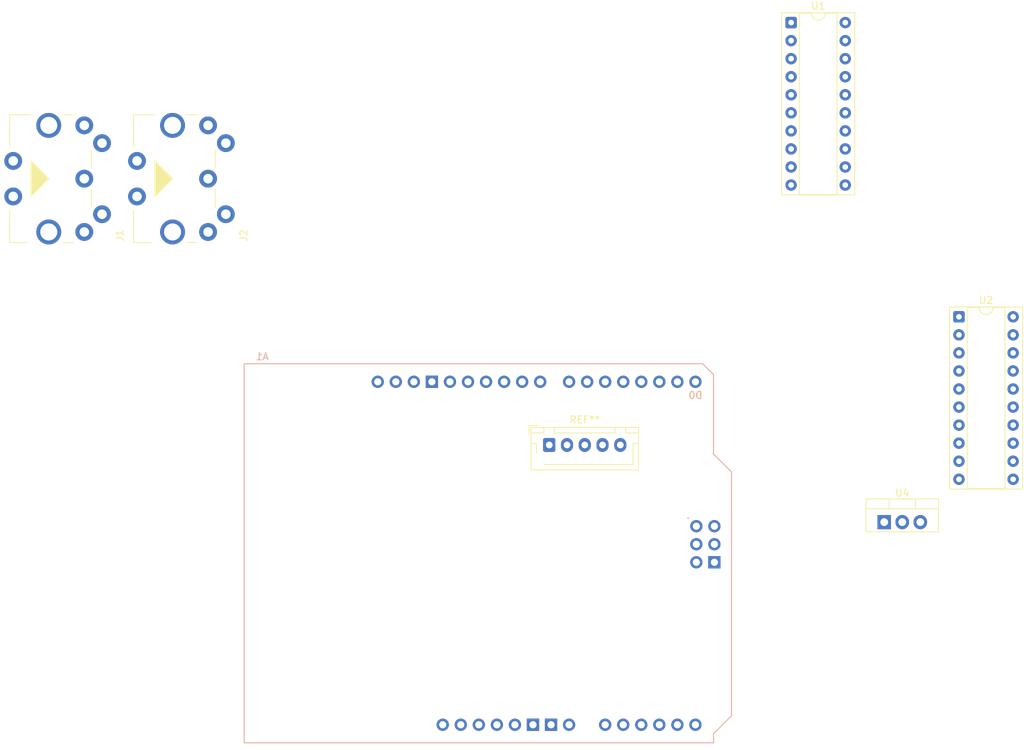
<source format=kicad_pcb>
(kicad_pcb (version 20241229) (generator "pcbnew") (generator_version "9.0")
  (layers (0 "F.Cu" signal) (2 "B.Cu" signal) (13 "F.Paste" user) (15 "B.Paste" user) (5 "F.SilkS" user "F.Silkscreen") (7 "B.SilkS" user "B.Silkscreen") (1 "F.Mask" user) (3 "B.Mask" user) (25 "Edge.Cuts" user))
  (net 0 "")
  (net 37 "Net-(A1-D0{slash}RX)")
  (net 40 "Net-(J1-Pad4)")
  (net 41 "Net-(D1-A)")
  (net 45 "Net-(J2-Pad4)")
  (net 46 "Net-(J2-Pad5)")
  (net 88 "Net-(U4-VI)")
  (net 89 "Net-(U4-VO)")
  (net 90 "GND")
  (footprint "Package_TO_SOT_THT:TO-220-3_Vertical" (layer "F.Cu") (at 146.452 102.296)
    (property "Reference" "U4" (at 2.54 -4.1 0) (layer "F.SilkS"))
    (property "Value" "LM7805_TO220")
    (fp_line (start -2.57 -3.26) (end 7.65 -3.26) (stroke (width 0.12)) (layer "F.SilkS"))
    (fp_line (start -2.57 -1.88) (end 7.65 -1.88) (stroke (width 0.12)) (layer "F.SilkS"))
    (fp_line (start -2.57 1.36) (end -2.57 -3.26) (stroke (width 0.12)) (layer "F.SilkS"))
    (fp_line (start 0.69 -3.26) (end 0.69 -1.88) (stroke (width 0.12)) (layer "F.SilkS"))
    (fp_line (start 4.39 -3.26) (end 4.39 -1.88) (stroke (width 0.12)) (layer "F.SilkS"))
    (fp_line (start 7.65 -3.26) (end 7.65 1.36) (stroke (width 0.12)) (layer "F.SilkS"))
    (fp_line (start 7.65 1.36) (end -2.57 1.36) (stroke (width 0.12)) (layer "F.SilkS"))
    (pad "1" thru_hole rect (at 0 0) (size 1.905 2) (drill 1.1) (layers "*.Cu" "*.Mask") (net 88 "Net-(U4-VI)"))
    (pad "2" thru_hole oval (at 2.54 0) (size 1.905 2) (drill 1.1) (layers "*.Cu" "*.Mask") (net 90 "GND"))
    (pad "3" thru_hole oval (at 5.08 0) (size 1.905 2) (drill 1.1) (layers "*.Cu" "*.Mask") (net 89 "Net-(U4-VO)"))
  )
  (footprint "Package_DIP:DIP-20_W7.62mm_Socket" (layer "F.Cu") (at 133.35 32.004)
    (property "Reference" "U1" (at 3.81 -2.33 0) (layer "F.SilkS"))
    (property "Value" "74HC244")
    (fp_line (start 1.16 -1.33) (end 1.16 24.19) (stroke (width 0.12)) (layer "F.SilkS"))
    (fp_line (start 1.16 24.19) (end 6.46 24.19) (stroke (width 0.12)) (layer "F.SilkS"))
    (fp_line (start 2.81 -1.33) (end 1.16 -1.33) (stroke (width 0.12)) (layer "F.SilkS"))
    (fp_line (start 6.46 -1.33) (end 4.81 -1.33) (stroke (width 0.12)) (layer "F.SilkS"))
    (fp_line (start 6.46 24.19) (end 6.46 -1.33) (stroke (width 0.12)) (layer "F.SilkS"))
    (fp_rect (start -1.33 -1.39) (end 8.95 24.25) (stroke (width 0.12)) (fill no) (layer "F.SilkS"))
    (fp_arc (start 4.81 -1.33) (mid 3.81 -0.33) (end 2.81 -1.33) (stroke (width 0.12)) (layer "F.SilkS"))
    (pad "1" thru_hole roundrect (at 0 0) (size 1.6 1.6) (drill 0.8) (layers "*.Cu" "*.Mask") (roundrect_rratio 0.15625))
    (pad "2" thru_hole circle (at 0 2.54) (size 1.6 1.6) (drill 0.8) (layers "*.Cu" "*.Mask"))
    (pad "3" thru_hole circle (at 0 5.08) (size 1.6 1.6) (drill 0.8) (layers "*.Cu" "*.Mask"))
    (pad "4" thru_hole circle (at 0 7.62) (size 1.6 1.6) (drill 0.8) (layers "*.Cu" "*.Mask"))
    (pad "5" thru_hole circle (at 0 10.16) (size 1.6 1.6) (drill 0.8) (layers "*.Cu" "*.Mask"))
    (pad "6" thru_hole circle (at 0 12.7) (size 1.6 1.6) (drill 0.8) (layers "*.Cu" "*.Mask"))
    (pad "7" thru_hole circle (at 0 15.24) (size 1.6 1.6) (drill 0.8) (layers "*.Cu" "*.Mask"))
    (pad "8" thru_hole circle (at 0 17.78) (size 1.6 1.6) (drill 0.8) (layers "*.Cu" "*.Mask"))
    (pad "9" thru_hole circle (at 0 20.32) (size 1.6 1.6) (drill 0.8) (layers "*.Cu" "*.Mask"))
    (pad "10" thru_hole circle (at 0 22.86) (size 1.6 1.6) (drill 0.8) (layers "*.Cu" "*.Mask"))
    (pad "11" thru_hole circle (at 7.62 22.86) (size 1.6 1.6) (drill 0.8) (layers "*.Cu" "*.Mask"))
    (pad "12" thru_hole circle (at 7.62 20.32) (size 1.6 1.6) (drill 0.8) (layers "*.Cu" "*.Mask"))
    (pad "13" thru_hole circle (at 7.62 17.78) (size 1.6 1.6) (drill 0.8) (layers "*.Cu" "*.Mask"))
    (pad "14" thru_hole circle (at 7.62 15.24) (size 1.6 1.6) (drill 0.8) (layers "*.Cu" "*.Mask"))
    (pad "15" thru_hole circle (at 7.62 12.7) (size 1.6 1.6) (drill 0.8) (layers "*.Cu" "*.Mask"))
    (pad "16" thru_hole circle (at 7.62 10.16) (size 1.6 1.6) (drill 0.8) (layers "*.Cu" "*.Mask"))
    (pad "17" thru_hole circle (at 7.62 7.62) (size 1.6 1.6) (drill 0.8) (layers "*.Cu" "*.Mask"))
    (pad "18" thru_hole circle (at 7.62 5.08) (size 1.6 1.6) (drill 0.8) (layers "*.Cu" "*.Mask"))
    (pad "19" thru_hole circle (at 7.62 2.54) (size 1.6 1.6) (drill 0.8) (layers "*.Cu" "*.Mask"))
    (pad "20" thru_hole circle (at 7.62 0) (size 1.6 1.6) (drill 0.8) (layers "*.Cu" "*.Mask"))
  )
  (footprint "FreakHat:DIN5_MIDI" (layer "F.Cu") (at 33.888 53.968)
    (property "Reference" "J1" (at 5 8 90) (layer "F.SilkS"))
    (property "Value" "DIN-5")
    (fp_line (start -10.5 -9) (end -10.5 -4.5) (stroke (width 0.12)) (layer "F.SilkS"))
    (fp_line (start -10.5 9) (end -10.5 4.5) (stroke (width 0.12)) (layer "F.SilkS"))
    (fp_line (start -10.5 9) (end -8 9) (stroke (width 0.12)) (layer "F.SilkS"))
    (fp_line (start -10 -9) (end -10.5 -9) (stroke (width 0.12)) (layer "F.SilkS"))
    (fp_line (start -10 -9) (end -7.5 -9) (stroke (width 0.12)) (layer "F.SilkS"))
    (fp_line (start -3 -9) (end -1.5 -9) (stroke (width 0.12)) (layer "F.SilkS"))
    (fp_line (start -3 9) (end -1.5 9) (stroke (width 0.12)) (layer "F.SilkS"))
    (fp_line (start 1 -4) (end 1 -1.5) (stroke (width 0.12)) (layer "F.SilkS"))
    (fp_line (start 1 1.5) (end 1 4) (stroke (width 0.12)) (layer "F.SilkS"))
    (fp_poly (pts (xy -5 0) (xy -7.5 2.5) (xy -7.5 -2.5)) (stroke (width 0.1)) (fill yes) (layer "F.SilkS"))
    (pad "" thru_hole circle (at -5 -7.5) (size 3.5 3.5) (drill 2.4) (layers "*.Cu" "*.Mask"))
    (pad "" thru_hole circle (at -5 7.5) (size 3.5 3.5) (drill 2.4) (layers "*.Cu" "*.Mask"))
    (pad "1" thru_hole circle (at 0 7.5) (size 2.5 2.5) (drill 1.35) (layers "*.Cu" "*.Mask"))
    (pad "2" thru_hole circle (at 0 0) (size 2.5 2.5) (drill 1.35) (layers "*.Cu" "*.Mask"))
    (pad "3" thru_hole circle (at 0 -7.5) (size 2.5 2.5) (drill 1.35) (layers "*.Cu" "*.Mask"))
    (pad "4" thru_hole circle (at 2.5 5) (size 2.5 2.5) (drill 1.35) (layers "*.Cu" "*.Mask") (net 40 "Net-(J1-Pad4)"))
    (pad "5" thru_hole circle (at 2.5 -5) (size 2.5 2.5) (drill 1.35) (layers "*.Cu" "*.Mask") (net 41 "Net-(D1-A)"))
    (pad "G" thru_hole circle (at -10 -2.5) (size 2.5 2.5) (drill 1.35) (layers "*.Cu" "*.Mask"))
    (pad "G" thru_hole circle (at -10 2.5) (size 2.5 2.5) (drill 1.35) (layers "*.Cu" "*.Mask"))
  )
  (footprint "Package_DIP:DIP-20_W7.62mm_Socket" (layer "F.Cu") (at 156.972 73.406)
    (property "Reference" "U2" (at 3.81 -2.33 0) (layer "F.SilkS"))
    (property "Value" "74HC244")
    (fp_line (start 1.16 -1.33) (end 1.16 24.19) (stroke (width 0.12)) (layer "F.SilkS"))
    (fp_line (start 1.16 24.19) (end 6.46 24.19) (stroke (width 0.12)) (layer "F.SilkS"))
    (fp_line (start 2.81 -1.33) (end 1.16 -1.33) (stroke (width 0.12)) (layer "F.SilkS"))
    (fp_line (start 6.46 -1.33) (end 4.81 -1.33) (stroke (width 0.12)) (layer "F.SilkS"))
    (fp_line (start 6.46 24.19) (end 6.46 -1.33) (stroke (width 0.12)) (layer "F.SilkS"))
    (fp_rect (start -1.33 -1.39) (end 8.95 24.25) (stroke (width 0.12)) (fill no) (layer "F.SilkS"))
    (fp_arc (start 4.81 -1.33) (mid 3.81 -0.33) (end 2.81 -1.33) (stroke (width 0.12)) (layer "F.SilkS"))
    (pad "1" thru_hole roundrect (at 0 0) (size 1.6 1.6) (drill 0.8) (layers "*.Cu" "*.Mask") (roundrect_rratio 0.15625))
    (pad "2" thru_hole circle (at 0 2.54) (size 1.6 1.6) (drill 0.8) (layers "*.Cu" "*.Mask"))
    (pad "3" thru_hole circle (at 0 5.08) (size 1.6 1.6) (drill 0.8) (layers "*.Cu" "*.Mask"))
    (pad "4" thru_hole circle (at 0 7.62) (size 1.6 1.6) (drill 0.8) (layers "*.Cu" "*.Mask"))
    (pad "5" thru_hole circle (at 0 10.16) (size 1.6 1.6) (drill 0.8) (layers "*.Cu" "*.Mask"))
    (pad "6" thru_hole circle (at 0 12.7) (size 1.6 1.6) (drill 0.8) (layers "*.Cu" "*.Mask"))
    (pad "7" thru_hole circle (at 0 15.24) (size 1.6 1.6) (drill 0.8) (layers "*.Cu" "*.Mask"))
    (pad "8" thru_hole circle (at 0 17.78) (size 1.6 1.6) (drill 0.8) (layers "*.Cu" "*.Mask"))
    (pad "9" thru_hole circle (at 0 20.32) (size 1.6 1.6) (drill 0.8) (layers "*.Cu" "*.Mask"))
    (pad "10" thru_hole circle (at 0 22.86) (size 1.6 1.6) (drill 0.8) (layers "*.Cu" "*.Mask"))
    (pad "11" thru_hole circle (at 7.62 22.86) (size 1.6 1.6) (drill 0.8) (layers "*.Cu" "*.Mask"))
    (pad "12" thru_hole circle (at 7.62 20.32) (size 1.6 1.6) (drill 0.8) (layers "*.Cu" "*.Mask"))
    (pad "13" thru_hole circle (at 7.62 17.78) (size 1.6 1.6) (drill 0.8) (layers "*.Cu" "*.Mask"))
    (pad "14" thru_hole circle (at 7.62 15.24) (size 1.6 1.6) (drill 0.8) (layers "*.Cu" "*.Mask"))
    (pad "15" thru_hole circle (at 7.62 12.7) (size 1.6 1.6) (drill 0.8) (layers "*.Cu" "*.Mask"))
    (pad "16" thru_hole circle (at 7.62 10.16) (size 1.6 1.6) (drill 0.8) (layers "*.Cu" "*.Mask"))
    (pad "17" thru_hole circle (at 7.62 7.62) (size 1.6 1.6) (drill 0.8) (layers "*.Cu" "*.Mask"))
    (pad "18" thru_hole circle (at 7.62 5.08) (size 1.6 1.6) (drill 0.8) (layers "*.Cu" "*.Mask"))
    (pad "19" thru_hole circle (at 7.62 2.54) (size 1.6 1.6) (drill 0.8) (layers "*.Cu" "*.Mask"))
    (pad "20" thru_hole circle (at 7.62 0) (size 1.6 1.6) (drill 0.8) (layers "*.Cu" "*.Mask"))
  )
  (footprint "FreakHat:DIN5_MIDI" (layer "F.Cu") (at 51.308 53.968)
    (property "Reference" "J2" (at 5 8 90) (layer "F.SilkS"))
    (property "Value" "DIN-5")
    (fp_line (start -10.5 -9) (end -10.5 -4.5) (stroke (width 0.12)) (layer "F.SilkS"))
    (fp_line (start -10.5 9) (end -10.5 4.5) (stroke (width 0.12)) (layer "F.SilkS"))
    (fp_line (start -10.5 9) (end -8 9) (stroke (width 0.12)) (layer "F.SilkS"))
    (fp_line (start -10 -9) (end -10.5 -9) (stroke (width 0.12)) (layer "F.SilkS"))
    (fp_line (start -10 -9) (end -7.5 -9) (stroke (width 0.12)) (layer "F.SilkS"))
    (fp_line (start -3 -9) (end -1.5 -9) (stroke (width 0.12)) (layer "F.SilkS"))
    (fp_line (start -3 9) (end -1.5 9) (stroke (width 0.12)) (layer "F.SilkS"))
    (fp_line (start 1 -4) (end 1 -1.5) (stroke (width 0.12)) (layer "F.SilkS"))
    (fp_line (start 1 1.5) (end 1 4) (stroke (width 0.12)) (layer "F.SilkS"))
    (fp_poly (pts (xy -5 0) (xy -7.5 2.5) (xy -7.5 -2.5)) (stroke (width 0.1)) (fill yes) (layer "F.SilkS"))
    (pad "" thru_hole circle (at -5 -7.5) (size 3.5 3.5) (drill 2.4) (layers "*.Cu" "*.Mask"))
    (pad "" thru_hole circle (at -5 7.5) (size 3.5 3.5) (drill 2.4) (layers "*.Cu" "*.Mask"))
    (pad "1" thru_hole circle (at 0 7.5) (size 2.5 2.5) (drill 1.35) (layers "*.Cu" "*.Mask"))
    (pad "2" thru_hole circle (at 0 0) (size 2.5 2.5) (drill 1.35) (layers "*.Cu" "*.Mask"))
    (pad "3" thru_hole circle (at 0 -7.5) (size 2.5 2.5) (drill 1.35) (layers "*.Cu" "*.Mask"))
    (pad "4" thru_hole circle (at 2.5 5) (size 2.5 2.5) (drill 1.35) (layers "*.Cu" "*.Mask") (net 45 "Net-(J2-Pad4)"))
    (pad "5" thru_hole circle (at 2.5 -5) (size 2.5 2.5) (drill 1.35) (layers "*.Cu" "*.Mask") (net 46 "Net-(J2-Pad5)"))
    (pad "G" thru_hole circle (at -10 -2.5) (size 2.5 2.5) (drill 1.35) (layers "*.Cu" "*.Mask"))
    (pad "G" thru_hole circle (at -10 2.5) (size 2.5 2.5) (drill 1.35) (layers "*.Cu" "*.Mask"))
  )
  (footprint "Connector_JST:JST_XH_B5B-XH-AM_1x05_P2.50mm_Vertical" (layer "F.Cu") (at 99.314 91.44)
    (property "Reference" "REF**" (at 5 -3.55 0) (layer "F.SilkS"))
    (property "Value" "JST_XH_B5B-XH-AM_1x05_P2.50mm_Vertical")
    (fp_line (start -2.85 -2.75) (end -2.85 -1.5) (stroke (width 0.12)) (layer "F.SilkS"))
    (fp_line (start -2.55 -0.2) (end -1.8 -0.2) (stroke (width 0.12)) (layer "F.SilkS"))
    (fp_line (start -1.8 -0.2) (end -1.8 1.14) (stroke (width 0.12)) (layer "F.SilkS"))
    (fp_line (start -1.6 -2.75) (end -2.85 -2.75) (stroke (width 0.12)) (layer "F.SilkS"))
    (fp_line (start 5 2.75) (end -0.74 2.75) (stroke (width 0.12)) (layer "F.SilkS"))
    (fp_line (start 11.8 -0.2) (end 11.8 2.75) (stroke (width 0.12)) (layer "F.SilkS"))
    (fp_line (start 11.8 2.75) (end 5 2.75) (stroke (width 0.12)) (layer "F.SilkS"))
    (fp_line (start 12.55 -0.2) (end 11.8 -0.2) (stroke (width 0.12)) (layer "F.SilkS"))
    (fp_rect (start -2.56 -2.46) (end 12.56 3.51) (stroke (width 0.12)) (fill no) (layer "F.SilkS"))
    (fp_rect (start -2.55 -2.45) (end -0.75 -1.7) (stroke (width 0.12)) (fill no) (layer "F.SilkS"))
    (fp_rect (start 0.75 -2.45) (end 9.25 -1.7) (stroke (width 0.12)) (fill no) (layer "F.SilkS"))
    (fp_rect (start 10.75 -2.45) (end 12.55 -1.7) (stroke (width 0.12)) (fill no) (layer "F.SilkS"))
    (pad "" np_thru_hole circle (at -1.6 2) (size 1.2 1.2) (drill 1.2) (layers "*.Cu" "*.Mask"))
    (pad "1" thru_hole roundrect (at 0 0) (size 1.7 1.95) (drill 0.95) (layers "*.Cu" "*.Mask") (roundrect_rratio 0.147059))
    (pad "2" thru_hole oval (at 2.5 0) (size 1.7 1.95) (drill 0.95) (layers "*.Cu" "*.Mask"))
    (pad "3" thru_hole oval (at 5 0) (size 1.7 1.95) (drill 0.95) (layers "*.Cu" "*.Mask"))
    (pad "4" thru_hole oval (at 7.5 0) (size 1.7 1.95) (drill 0.95) (layers "*.Cu" "*.Mask"))
    (pad "5" thru_hole oval (at 10 0) (size 1.7 1.95) (drill 0.95) (layers "*.Cu" "*.Mask"))
  )
  (footprint "PCM_arduino-library:Arduino_Uno_R3_Shield" (layer "F.Cu") (at 56.388 133.35)
    (property "Reference" "A1" (at 2.54 -54.356 0) (layer "B.SilkS") (effects (justify mirror)))
    (property "Value" "Arduino_Uno_R3_Shield")
    (fp_line (start 0 -53.34) (end 0 0) (stroke (width 0.15)) (layer "B.SilkS"))
    (fp_line (start 0 -53.34) (end 64.516 -53.34) (stroke (width 0.15)) (layer "B.SilkS"))
    (fp_line (start 0 0) (end 66.04 0) (stroke (width 0.15)) (layer "B.SilkS"))
    (fp_line (start 64.516 -53.34) (end 66.04 -51.816) (stroke (width 0.15)) (layer "B.SilkS"))
    (fp_line (start 66.04 -40.64) (end 66.04 -51.816) (stroke (width 0.15)) (layer "B.SilkS"))
    (fp_line (start 66.04 -1.27) (end 68.58 -3.81) (stroke (width 0.15)) (layer "B.SilkS"))
    (fp_line (start 66.04 0) (end 66.04 -1.27) (stroke (width 0.15)) (layer "B.SilkS"))
    (fp_line (start 68.58 -38.1) (end 66.04 -40.64) (stroke (width 0.15)) (layer "B.SilkS"))
    (fp_line (start 68.58 -3.81) (end 68.58 -38.1) (stroke (width 0.15)) (layer "B.SilkS"))
    (fp_text user "." (at 62.484 -32.004 0) (layer "F.SilkS"))
    (fp_text user "D0" (at 63.5 -48.895 0) (layer "F.SilkS"))
    (fp_text user "D0" (at 63.5 -48.895 0) (layer "B.SilkS") (effects (justify mirror)))
    (fp_text user "." (at 62.484 -32.004 0) (layer "B.SilkS"))
    (pad "" np_thru_hole circle (at 13.97 -2.54) (size 3.2 3.2) (drill 3.2) (layers "*.Cu" "*.Mask"))
    (pad "" np_thru_hole circle (at 15.24 -50.8) (size 3.2 3.2) (drill 3.2) (layers "*.Cu" "*.Mask"))
    (pad "" thru_hole oval (at 27.94 -2.54) (size 1.7272 1.7272) (drill 1.016) (layers "*.Cu" "*.Mask"))
    (pad "" np_thru_hole circle (at 66.04 -35.56) (size 3.2 3.2) (drill 3.2) (layers "*.Cu" "*.Mask"))
    (pad "" np_thru_hole circle (at 66.04 -7.62) (size 3.2 3.2) (drill 3.2) (layers "*.Cu" "*.Mask"))
    (pad "3V3" thru_hole oval (at 35.56 -2.54) (size 1.7272 1.7272) (drill 1.016) (layers "*.Cu" "*.Mask"))
    (pad "5V1" thru_hole oval (at 38.1 -2.54) (size 1.7272 1.7272) (drill 1.016) (layers "*.Cu" "*.Mask"))
    (pad "5V2" thru_hole oval (at 66.167 -30.48) (size 1.7272 1.7272) (drill 1.016) (layers "*.Cu" "*.Mask"))
    (pad "A0" thru_hole oval (at 50.8 -2.54) (size 1.7272 1.7272) (drill 1.016) (layers "*.Cu" "*.Mask"))
    (pad "A1" thru_hole oval (at 53.34 -2.54) (size 1.7272 1.7272) (drill 1.016) (layers "*.Cu" "*.Mask"))
    (pad "A2" thru_hole oval (at 55.88 -2.54) (size 1.7272 1.7272) (drill 1.016) (layers "*.Cu" "*.Mask"))
    (pad "A3" thru_hole oval (at 58.42 -2.54) (size 1.7272 1.7272) (drill 1.016) (layers "*.Cu" "*.Mask"))
    (pad "A4" thru_hole oval (at 60.96 -2.54) (size 1.7272 1.7272) (drill 1.016) (layers "*.Cu" "*.Mask"))
    (pad "A5" thru_hole oval (at 63.5 -2.54) (size 1.7272 1.7272) (drill 1.016) (layers "*.Cu" "*.Mask"))
    (pad "AREF" thru_hole oval (at 23.876 -50.8) (size 1.7272 1.7272) (drill 1.016) (layers "*.Cu" "*.Mask"))
    (pad "D0" thru_hole oval (at 63.5 -50.8) (size 1.7272 1.7272) (drill 1.016) (layers "*.Cu" "*.Mask") (net 37 "Net-(A1-D0{slash}RX)"))
    (pad "D1" thru_hole oval (at 60.96 -50.8) (size 1.7272 1.7272) (drill 1.016) (layers "*.Cu" "*.Mask"))
    (pad "D2" thru_hole oval (at 58.42 -50.8) (size 1.7272 1.7272) (drill 1.016) (layers "*.Cu" "*.Mask"))
    (pad "D3" thru_hole oval (at 55.88 -50.8) (size 1.7272 1.7272) (drill 1.016) (layers "*.Cu" "*.Mask"))
    (pad "D4" thru_hole oval (at 53.34 -50.8) (size 1.7272 1.7272) (drill 1.016) (layers "*.Cu" "*.Mask"))
    (pad "D5" thru_hole oval (at 50.8 -50.8) (size 1.7272 1.7272) (drill 1.016) (layers "*.Cu" "*.Mask"))
    (pad "D6" thru_hole oval (at 48.26 -50.8) (size 1.7272 1.7272) (drill 1.016) (layers "*.Cu" "*.Mask"))
    (pad "D7" thru_hole oval (at 45.72 -50.8) (size 1.7272 1.7272) (drill 1.016) (layers "*.Cu" "*.Mask"))
    (pad "D8" thru_hole oval (at 41.656 -50.8) (size 1.7272 1.7272) (drill 1.016) (layers "*.Cu" "*.Mask"))
    (pad "D9" thru_hole oval (at 39.116 -50.8) (size 1.7272 1.7272) (drill 1.016) (layers "*.Cu" "*.Mask"))
    (pad "D10" thru_hole oval (at 36.576 -50.8) (size 1.7272 1.7272) (drill 1.016) (layers "*.Cu" "*.Mask"))
    (pad "D11" thru_hole oval (at 34.036 -50.8) (size 1.7272 1.7272) (drill 1.016) (layers "*.Cu" "*.Mask"))
    (pad "D12" thru_hole oval (at 31.496 -50.8) (size 1.7272 1.7272) (drill 1.016) (layers "*.Cu" "*.Mask"))
    (pad "D13" thru_hole oval (at 28.956 -50.8) (size 1.7272 1.7272) (drill 1.016) (layers "*.Cu" "*.Mask"))
    (pad "GND1" thru_hole rect (at 26.416 -50.8) (size 1.7272 1.7272) (drill 1.016) (layers "*.Cu" "*.Mask"))
    (pad "GND2" thru_hole rect (at 40.64 -2.54) (size 1.7272 1.7272) (drill 1.016) (layers "*.Cu" "*.Mask"))
    (pad "GND3" thru_hole rect (at 43.18 -2.54) (size 1.7272 1.7272) (drill 1.016) (layers "*.Cu" "*.Mask"))
    (pad "GND4" thru_hole rect (at 66.167 -25.4) (size 1.7272 1.7272) (drill 1.016) (layers "*.Cu" "*.Mask"))
    (pad "IORF" thru_hole oval (at 30.48 -2.54) (size 1.7272 1.7272) (drill 1.016) (layers "*.Cu" "*.Mask"))
    (pad "MISO" thru_hole oval (at 63.627 -30.48) (size 1.7272 1.7272) (drill 1.016) (layers "*.Cu" "*.Mask"))
    (pad "MOSI" thru_hole oval (at 66.167 -27.94) (size 1.7272 1.7272) (drill 1.016) (layers "*.Cu" "*.Mask"))
    (pad "RST1" thru_hole oval (at 33.02 -2.54) (size 1.7272 1.7272) (drill 1.016) (layers "*.Cu" "*.Mask"))
    (pad "RST2" thru_hole oval (at 63.627 -25.4) (size 1.7272 1.7272) (drill 1.016) (layers "*.Cu" "*.Mask"))
    (pad "SCK" thru_hole oval (at 63.627 -27.94) (size 1.7272 1.7272) (drill 1.016) (layers "*.Cu" "*.Mask"))
    (pad "SCL" thru_hole oval (at 18.796 -50.8) (size 1.7272 1.7272) (drill 1.016) (layers "*.Cu" "*.Mask"))
    (pad "SDA" thru_hole oval (at 21.336 -50.8) (size 1.7272 1.7272) (drill 1.016) (layers "*.Cu" "*.Mask"))
    (pad "VIN" thru_hole oval (at 45.72 -2.54) (size 1.7272 1.7272) (drill 1.016) (layers "*.Cu" "*.Mask"))
  )
)
</source>
